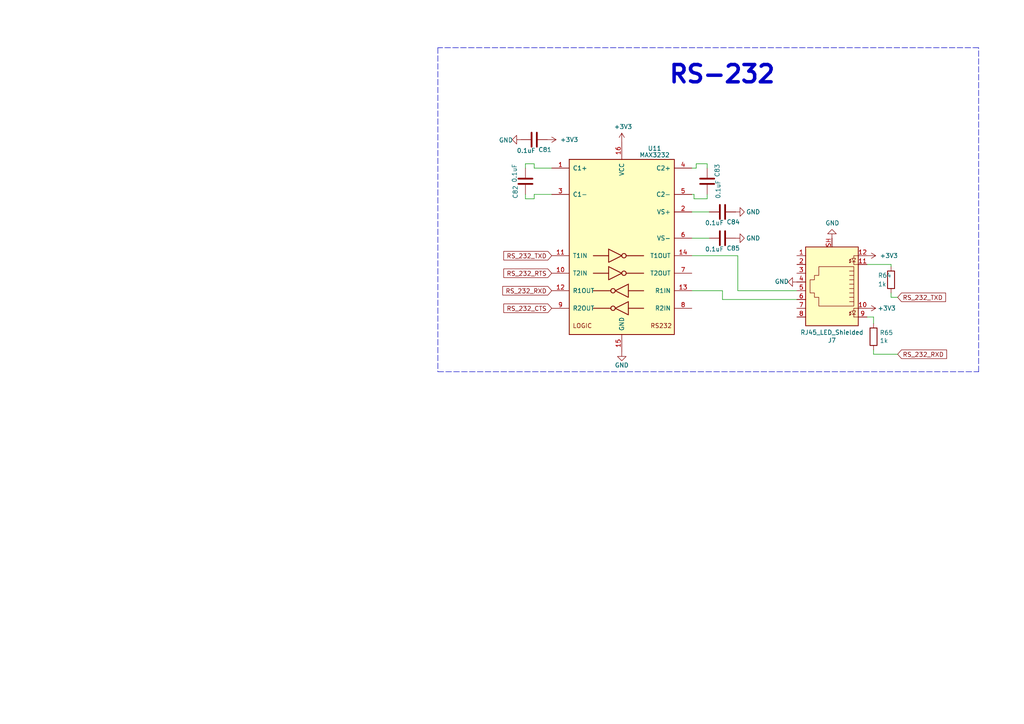
<source format=kicad_sch>
(kicad_sch (version 20211123) (generator eeschema)
  (paper "A4")
  (lib_symbols
    (symbol "Connector:RJ45_LED_Shielded" (pin_names (offset 1.016))
      (property "Reference" "J" (at -5.08 13.97 0))
      (property "Value" "RJ45_LED_Shielded" (at 1.27 13.97 0))
      (symbol "RJ45_LED_Shielded_0_1"
        (polyline (pts (xy -7.62 -7.62) (xy -6.35 -7.62)))
        (polyline (pts (xy -7.62 -5.08) (xy -6.35 -5.08)))
        (polyline (pts (xy -7.62 7.62) (xy -6.35 7.62)))
        (polyline (pts (xy -7.62 10.16) (xy -6.35 10.16)))
        (polyline (pts (xy -6.858 -5.842) (xy -5.842 -5.842)))
        (polyline (pts (xy -6.858 9.398) (xy -5.842 9.398)))
        (polyline (pts (xy -6.35 -7.62) (xy -6.35 -6.858)))
        (polyline (pts (xy -6.35 -5.08) (xy -6.35 -5.842)))
        (polyline (pts (xy -6.35 7.62) (xy -6.35 8.382)))
        (polyline (pts (xy -6.35 10.16) (xy -6.35 9.398)))
        (polyline (pts (xy -5.08 -6.223) (xy -5.207 -6.604)))
        (polyline (pts (xy -5.08 -5.588) (xy -5.207 -5.969)))
        (polyline (pts (xy -5.08 4.445) (xy -6.35 4.445)))
        (polyline (pts (xy -5.08 5.715) (xy -6.35 5.715)))
        (polyline (pts (xy -5.08 9.017) (xy -5.207 8.636)))
        (polyline (pts (xy -5.08 9.652) (xy -5.207 9.271)))
        (polyline (pts (xy -6.35 -3.175) (xy -5.08 -3.175) (xy -5.08 -3.175)))
        (polyline (pts (xy -6.35 -1.905) (xy -5.08 -1.905) (xy -5.08 -1.905)))
        (polyline (pts (xy -6.35 -0.635) (xy -5.08 -0.635) (xy -5.08 -0.635)))
        (polyline (pts (xy -6.35 0.635) (xy -5.08 0.635) (xy -5.08 0.635)))
        (polyline (pts (xy -6.35 1.905) (xy -5.08 1.905) (xy -5.08 1.905)))
        (polyline (pts (xy -5.588 -6.731) (xy -5.08 -6.223) (xy -5.461 -6.35)))
        (polyline (pts (xy -5.588 -6.096) (xy -5.08 -5.588) (xy -5.461 -5.715)))
        (polyline (pts (xy -5.588 8.509) (xy -5.08 9.017) (xy -5.461 8.89)))
        (polyline (pts (xy -5.588 9.144) (xy -5.08 9.652) (xy -5.461 9.525)))
        (polyline (pts (xy -5.08 3.175) (xy -6.35 3.175) (xy -6.35 3.175)))
        (polyline (pts (xy -6.35 -5.842) (xy -6.858 -6.858) (xy -5.842 -6.858) (xy -6.35 -5.842)))
        (polyline (pts (xy -6.35 9.398) (xy -6.858 8.382) (xy -5.842 8.382) (xy -6.35 9.398)))
        (polyline (pts (xy -6.35 -4.445) (xy -6.35 6.985) (xy 3.81 6.985) (xy 3.81 4.445) (xy 5.08 4.445) (xy 5.08 3.175) (xy 6.35 3.175) (xy 6.35 -0.635) (xy 5.08 -0.635) (xy 5.08 -1.905) (xy 3.81 -1.905) (xy 3.81 -4.445) (xy -6.35 -4.445) (xy -6.35 -4.445)))
        (rectangle (start 7.62 12.7) (end -7.62 -10.16) (stroke (width 0.254)) (fill (type background)))
      )
      (symbol "RJ45_LED_Shielded_1_1"
        (pin passive line (at 10.16 -7.62 180) (length 2.54) (name "~") (number "1"))
        (pin passive line (at -10.16 7.62 0) (length 2.54) (name "~") (number "10"))
        (pin passive line (at -10.16 -5.08 0) (length 2.54) (name "~") (number "11"))
        (pin passive line (at -10.16 -7.62 0) (length 2.54) (name "~") (number "12"))
        (pin passive line (at 10.16 -5.08 180) (length 2.54) (name "~") (number "2"))
        (pin passive line (at 10.16 -2.54 180) (length 2.54) (name "~") (number "3"))
        (pin passive line (at 10.16 0 180) (length 2.54) (name "~") (number "4"))
        (pin passive line (at 10.16 2.54 180) (length 2.54) (name "~") (number "5"))
        (pin passive line (at 10.16 5.08 180) (length 2.54) (name "~") (number "6"))
        (pin passive line (at 10.16 7.62 180) (length 2.54) (name "~") (number "7"))
        (pin passive line (at 10.16 10.16 180) (length 2.54) (name "~") (number "8"))
        (pin passive line (at -10.16 10.16 0) (length 2.54) (name "~") (number "9"))
        (pin passive line (at 0 -12.7 90) (length 2.54) (name "~") (number "SH"))
      )
    )
    (symbol "Device:C" (pin_numbers hide) (pin_names (offset 0.254))
      (property "Reference" "C" (at 0.635 2.54 0))
      (property "Value" "C" (at 0.635 -2.54 0))
      (symbol "C_0_1"
        (polyline (pts (xy -2.032 -0.762) (xy 2.032 -0.762)) (stroke (width 0.508)))
        (polyline (pts (xy -2.032 0.762) (xy 2.032 0.762)) (stroke (width 0.508)))
      )
      (symbol "C_1_1"
        (pin passive line (at 0 3.81 270) (length 2.794) (name "~") (number "1"))
        (pin passive line (at 0 -3.81 90) (length 2.794) (name "~") (number "2"))
      )
    )
    (symbol "Device:R" (pin_numbers hide) (pin_names (offset 0))
      (property "Reference" "R" (at 2.032 0 90))
      (property "Value" "R" (at 0 0 90))
      (symbol "R_0_1"
        (rectangle (start -1.016 -2.54) (end 1.016 2.54) (stroke (width 0.254)))
      )
      (symbol "R_1_1"
        (pin passive line (at 0 3.81 270) (length 1.27) (name "~") (number "1"))
        (pin passive line (at 0 -3.81 90) (length 1.27) (name "~") (number "2"))
      )
    )
    (symbol "Interface_UART:MAX3232" (pin_names (offset 1.016))
      (property "Reference" "U" (at -2.54 28.575 0))
      (property "Value" "MAX3232" (at -2.54 26.67 0))
      (symbol "MAX3232_0_0"
        (text "LOGIC" (at -11.43 -22.86 0) (effects (font (size 1.27 1.27))))
        (text "RS232" (at 11.43 -22.86 0) (effects (font (size 1.27 1.27))))
      )
      (symbol "MAX3232_0_1"
        (rectangle (start -15.24 -25.4) (end 15.24 25.4) (stroke (width 0.254)) (fill (type background)))
        (circle (center -2.54 -17.78) (radius 0.635) (stroke (width 0.254)))
        (circle (center -2.54 -12.7) (radius 0.635) (stroke (width 0.254)))
        (polyline (pts (xy -3.81 -7.62) (xy -8.255 -7.62)) (stroke (width 0.254)))
        (polyline (pts (xy -3.81 -2.54) (xy -8.255 -2.54)) (stroke (width 0.254)))
        (polyline (pts (xy -3.175 -17.78) (xy -8.255 -17.78)) (stroke (width 0.254)))
        (polyline (pts (xy -3.175 -12.7) (xy -8.255 -12.7)) (stroke (width 0.254)))
        (polyline (pts (xy 1.27 -7.62) (xy 6.35 -7.62)) (stroke (width 0.254)))
        (polyline (pts (xy 1.27 -2.54) (xy 6.35 -2.54)) (stroke (width 0.254)))
        (polyline (pts (xy 1.905 -17.78) (xy 6.35 -17.78)) (stroke (width 0.254)))
        (polyline (pts (xy 1.905 -12.7) (xy 6.35 -12.7)) (stroke (width 0.254)))
        (polyline (pts (xy -3.81 -5.715) (xy -3.81 -9.525) (xy 0 -7.62) (xy -3.81 -5.715)) (stroke (width 0.254)))
        (polyline (pts (xy -3.81 -0.635) (xy -3.81 -4.445) (xy 0 -2.54) (xy -3.81 -0.635)) (stroke (width 0.254)))
        (polyline (pts (xy 1.905 -15.875) (xy 1.905 -19.685) (xy -1.905 -17.78) (xy 1.905 -15.875)) (stroke (width 0.254)))
        (polyline (pts (xy 1.905 -10.795) (xy 1.905 -14.605) (xy -1.905 -12.7) (xy 1.905 -10.795)) (stroke (width 0.254)))
        (circle (center 0.635 -7.62) (radius 0.635) (stroke (width 0.254)))
        (circle (center 0.635 -2.54) (radius 0.635) (stroke (width 0.254)))
      )
      (symbol "MAX3232_1_1"
        (pin passive line (at -20.32 22.86 0) (length 5.08) (name "C1+") (number "1"))
        (pin input line (at -20.32 -7.62 0) (length 5.08) (name "T2IN") (number "10"))
        (pin input line (at -20.32 -2.54 0) (length 5.08) (name "T1IN") (number "11"))
        (pin output line (at -20.32 -12.7 0) (length 5.08) (name "R1OUT") (number "12"))
        (pin input line (at 20.32 -12.7 180) (length 5.08) (name "R1IN") (number "13"))
        (pin output line (at 20.32 -2.54 180) (length 5.08) (name "T1OUT") (number "14"))
        (pin power_in line (at 0 -30.48 90) (length 5.08) (name "GND") (number "15"))
        (pin power_in line (at 0 30.48 270) (length 5.08) (name "VCC") (number "16"))
        (pin power_out line (at 20.32 10.16 180) (length 5.08) (name "VS+") (number "2"))
        (pin passive line (at -20.32 15.24 0) (length 5.08) (name "C1-") (number "3"))
        (pin passive line (at 20.32 22.86 180) (length 5.08) (name "C2+") (number "4"))
        (pin passive line (at 20.32 15.24 180) (length 5.08) (name "C2-") (number "5"))
        (pin power_out line (at 20.32 2.54 180) (length 5.08) (name "VS-") (number "6"))
        (pin output line (at 20.32 -7.62 180) (length 5.08) (name "T2OUT") (number "7"))
        (pin input line (at 20.32 -17.78 180) (length 5.08) (name "R2IN") (number "8"))
        (pin output line (at -20.32 -17.78 0) (length 5.08) (name "R2OUT") (number "9"))
      )
    )
    (symbol "power:+3.3V" (power) (pin_names (offset 0))
      (property "Value" "+3.3V" (at 0 3.556 0))
      (symbol "+3.3V_0_1"
        (polyline (pts (xy -0.762 1.27) (xy 0 2.54)))
        (polyline (pts (xy 0 0) (xy 0 2.54)))
        (polyline (pts (xy 0 2.54) (xy 0.762 1.27)))
      )
      (symbol "+3.3V_1_1"
        (pin power_in line (at 0 0 90) (length 0) hide (name "+3V3") (number "1"))
      )
    )
    (symbol "power:GND" (power) (pin_names (offset 0))
      (property "Value" "GND" (at 0 -3.81 0))
      (symbol "GND_0_1"
        (polyline (pts (xy 0 0) (xy 0 -1.27) (xy 1.27 -1.27) (xy 0 -2.54) (xy -1.27 -1.27) (xy 0 -1.27)))
      )
      (symbol "GND_1_1"
        (pin power_in line (at 0 0 270) (length 0) hide (name "GND") (number "1"))
      )
    )
  )
  (wire (pts (xy 253.365 91.948) (xy 253.365 93.853)))
  (wire (pts (xy 231.14 86.868) (xy 209.55 86.868)))
  (wire (pts (xy 258.445 84.963) (xy 258.445 86.233)))
  (wire (pts (xy 253.365 101.473) (xy 253.365 102.743)))
  (wire (pts (xy 201.295 57.658) (xy 205.105 57.658)))
  (wire (pts (xy 200.66 48.768) (xy 201.93 48.768)))
  (wire (pts (xy 152.4 57.658) (xy 154.94 57.658)))
  (polyline (pts (xy 127 107.823) (xy 283.845 107.823)))
  (wire (pts (xy 200.66 56.388) (xy 201.295 56.388)))
  (wire (pts (xy 201.93 48.768) (xy 201.93 47.498)))
  (wire (pts (xy 213.995 74.168) (xy 200.66 74.168)))
  (wire (pts (xy 201.295 56.388) (xy 201.295 57.658)))
  (wire (pts (xy 251.46 91.948) (xy 253.365 91.948)))
  (wire (pts (xy 152.4 47.498) (xy 154.94 47.498)))
  (polyline (pts (xy 127 13.843) (xy 127 107.823)))
  (wire (pts (xy 258.445 86.233) (xy 260.35 86.233)))
  (wire (pts (xy 209.55 86.868) (xy 209.55 84.328)))
  (wire (pts (xy 251.46 76.708) (xy 258.445 76.708)))
  (wire (pts (xy 201.93 47.498) (xy 205.105 47.498)))
  (wire (pts (xy 152.4 56.388) (xy 152.4 57.658)))
  (wire (pts (xy 209.55 84.328) (xy 200.66 84.328)))
  (polyline (pts (xy 283.845 107.823) (xy 283.845 13.843)))
  (wire (pts (xy 200.66 61.468) (xy 205.74 61.468)))
  (polyline (pts (xy 283.845 13.843) (xy 127 13.843)))
  (wire (pts (xy 154.94 57.658) (xy 154.94 56.388)))
  (wire (pts (xy 205.74 69.088) (xy 200.66 69.088)))
  (wire (pts (xy 258.445 76.708) (xy 258.445 77.343)))
  (wire (pts (xy 154.94 47.498) (xy 154.94 48.768)))
  (wire (pts (xy 205.105 47.498) (xy 205.105 48.768)))
  (wire (pts (xy 154.94 48.768) (xy 160.02 48.768)))
  (wire (pts (xy 154.94 56.388) (xy 160.02 56.388)))
  (wire (pts (xy 152.4 48.768) (xy 152.4 47.498)))
  (wire (pts (xy 253.365 102.743) (xy 260.35 102.743)))
  (wire (pts (xy 205.105 57.658) (xy 205.105 56.388)))
  (wire (pts (xy 231.14 84.328) (xy 213.995 84.328)))
  (wire (pts (xy 213.995 84.328) (xy 213.995 74.168)))
  (text "RS-232" (at 193.675 24.638 0) (effects (font (size 5.0038 5.0038) (thickness 1.0008) bold) (justify left bottom)))
  (global_label "RS_232_TXD" (shape input) (at 260.35 86.233 0) (property "Intersheet References" "${INTERSHEET_REFS}" (effects hide)))
  (global_label "RS_232_RTS" (shape input) (at 160.02 79.248 180) (property "Intersheet References" "${INTERSHEET_REFS}" (effects hide)))
  (global_label "RS_232_RXD" (shape input) (at 260.35 102.743 0) (property "Intersheet References" "${INTERSHEET_REFS}" (effects hide)))
  (global_label "RS_232_TXD" (shape input) (at 160.02 74.168 180) (property "Intersheet References" "${INTERSHEET_REFS}" (effects hide)))
  (global_label "RS_232_RXD" (shape input) (at 160.02 84.328 180) (property "Intersheet References" "${INTERSHEET_REFS}" (effects hide)))
  (global_label "RS_232_CTS" (shape input) (at 160.02 89.408 180) (property "Intersheet References" "${INTERSHEET_REFS}" (effects hide)))
  (symbol (lib_id "Device:C") (at 154.94 40.513 270) (unit 1)
    (property "Reference" "C81" (at 156.1084 43.434 90) (effects (justify left)))
    (property "Value" "0.1uF" (at 149.86 43.688 90) (effects (justify left)))
    (property "Footprint" "Capacitor_SMD:C_0603_1608Metric" (effects hide))
  )
  (symbol (lib_id "power:+3.3V") (at 180.34 41.148 0) (unit 1)
    (property "Reference" "#PWR0309" (effects hide))
    (property "Value" "+3.3V" (at 180.721 36.7538 0))
  )
  (symbol (lib_id "Interface_UART:MAX3232") (at 180.34 71.628 0) (unit 1)
    (property "Reference" "U11" (at 189.865 43.053 0))
    (property "Value" "MAX3232" (at 189.865 44.958 0))
    (property "Footprint" "Package_SO:SOP-16_3.9x9.9mm_P1.27mm" (effects hide))
    (property "Datasheet" "https://datasheets.maximintegrated.com/en/ds/MAX3222-MAX3241.pdf" (effects hide))
  )
  (symbol (lib_id "Connector:RJ45_LED_Shielded") (at 241.3 81.788 180) (unit 1)
    (property "Reference" "J7" (at 241.3 98.7298 0))
    (property "Value" "RJ45_LED_Shielded" (at 241.3 96.4184 0))
    (property "Footprint" "Connector_RJ:RJ45_Amphenol_RJHSE538X" (effects hide))
  )
  (symbol (lib_id "Device:C") (at 152.4 52.578 180) (unit 1)
    (property "Reference" "C82" (at 149.479 53.7464 90) (effects (justify left)))
    (property "Value" "0.1uF" (at 149.225 47.498 90) (effects (justify left)))
    (property "Footprint" "Capacitor_SMD:C_0603_1608Metric" (effects hide))
  )
  (symbol (lib_id "power:+3.3V") (at 158.75 40.513 270) (unit 1)
    (property "Reference" "#PWR0311" (effects hide))
    (property "Value" "+3.3V" (at 165.1 40.513 90))
  )
  (symbol (lib_id "power:GND") (at 231.14 81.788 270) (mirror x) (unit 1)
    (property "Reference" "#PWR0312" (effects hide))
    (property "Value" "GND" (at 226.7458 81.661 90))
  )
  (symbol (lib_id "Device:R") (at 253.365 97.663 0) (unit 1)
    (property "Reference" "R65" (at 255.143 96.4946 0) (effects (justify left)))
    (property "Value" "1k" (at 255.143 98.806 0) (effects (justify left)))
    (property "Footprint" "Resistor_SMD:R_0603_1608Metric" (effects hide))
  )
  (symbol (lib_id "power:GND") (at 241.3 69.088 0) (mirror x) (unit 1)
    (property "Reference" "#PWR0313" (effects hide))
    (property "Value" "GND" (at 241.427 64.6938 0))
  )
  (symbol (lib_id "Device:C") (at 209.55 69.088 270) (unit 1)
    (property "Reference" "C85" (at 210.7184 72.009 90) (effects (justify left)))
    (property "Value" "0.1uF" (at 204.47 72.263 90) (effects (justify left)))
    (property "Footprint" "Capacitor_SMD:C_0603_1608Metric" (effects hide))
  )
  (symbol (lib_id "power:+3.3V") (at 251.46 74.168 270) (unit 1)
    (property "Reference" "#PWR0316" (effects hide))
    (property "Value" "+3.3V" (at 257.81 74.168 90))
  )
  (symbol (lib_id "Device:C") (at 209.55 61.468 270) (unit 1)
    (property "Reference" "C84" (at 210.7184 64.389 90) (effects (justify left)))
    (property "Value" "0.1uF" (at 204.47 64.643 90) (effects (justify left)))
    (property "Footprint" "Capacitor_SMD:C_0603_1608Metric" (effects hide))
  )
  (symbol (lib_id "power:GND") (at 213.36 69.088 90) (unit 1)
    (property "Reference" "#PWR0318" (effects hide))
    (property "Value" "GND" (at 218.44 69.088 90))
  )
  (symbol (lib_id "power:GND") (at 213.36 61.468 90) (unit 1)
    (property "Reference" "#PWR0317" (effects hide))
    (property "Value" "GND" (at 218.44 61.468 90))
  )
  (symbol (lib_id "Device:C") (at 205.105 52.578 0) (unit 1)
    (property "Reference" "C83" (at 208.026 51.4096 90) (effects (justify left)))
    (property "Value" "0.1uF" (at 208.28 57.658 90) (effects (justify left)))
    (property "Footprint" "Capacitor_SMD:C_0603_1608Metric" (effects hide))
  )
  (symbol (lib_id "power:GND") (at 180.34 102.108 0) (unit 1)
    (property "Reference" "#PWR0314" (effects hide))
    (property "Value" "GND" (at 180.34 105.918 0))
  )
  (symbol (lib_id "power:+3.3V") (at 251.46 89.408 270) (unit 1)
    (property "Reference" "#PWR0315" (effects hide))
    (property "Value" "+3.3V" (at 257.175 89.408 90))
  )
  (symbol (lib_id "Device:R") (at 258.445 81.153 0) (unit 1)
    (property "Reference" "R64" (at 254.635 79.883 0) (effects (justify left)))
    (property "Value" "1k" (at 254.635 82.423 0) (effects (justify left)))
    (property "Footprint" "Resistor_SMD:R_0603_1608Metric" (effects hide))
  )
  (symbol (lib_id "power:GND") (at 151.13 40.513 270) (unit 1)
    (property "Reference" "#PWR0310" (effects hide))
    (property "Value" "GND" (at 146.7358 40.64 90))
  )
)
</source>
